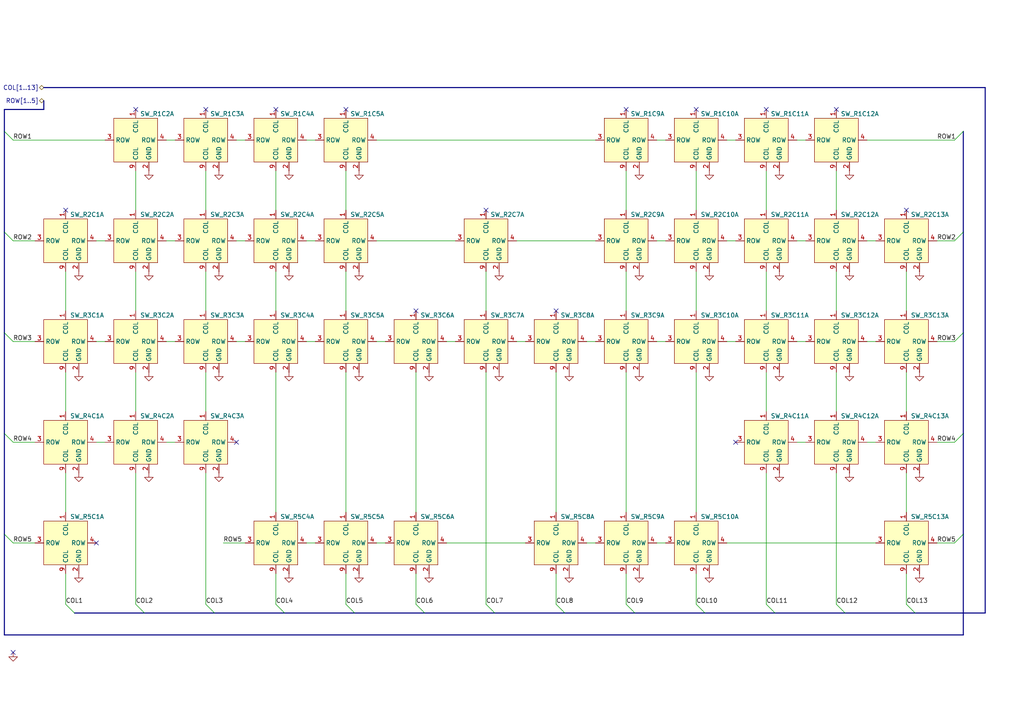
<source format=kicad_sch>
(kicad_sch (version 20250114) (generator "eeschema") (generator_version "9.0")
  (paper "A4")
  (title_block (title "HandyWork - 5x3 + Mods + Nav") (date "2026-03-01") (rev "1.0") (company "Axel Voitier") (comment 1 "HandyWork - 5x3 with mods with nav PCB") (comment 2 "CERN Open Hardware Licence Version 2 - Weakly Reciprocal") (comment 3 "Alidron"))
  (lib_symbols
    (symbol "Framework:One_Key_Module"
      (property "Reference" "SW" (at 1.27 7.62 0))
      (symbol "One_Key_Module_1_0"
        (pin input line (at -8.89 0 0) (length 2.54) (name "ROW") (number "3"))
        (pin input line (at 0 8.89 270) (length 2.54) (name "COL") (number "1"))
        (pin output line (at 0 -8.89 90) (length 2.54) (name "COL") (number "9"))
        (pin power_in line (at 3.81 -8.89 90) (length 2.54) (hide yes) (name "GND") (number "10"))
        (pin power_in line (at 3.81 -8.89 90) (length 2.54) (name "GND") (number "2"))
        (pin output line (at 8.89 0 180) (length 2.54) (name "ROW") (number "4"))
      )
      (symbol "One_Key_Module_1_1"
        (rectangle (start -6.35 6.35) (end 6.35 -6.35) (fill (type background)))
      )
      (symbol "One_Key_Module_2_0"
        (pin input line (at -8.89 -3.81 0) (length 2.54) (name "LED-") (number "7"))
        (pin input line (at 8.89 5.08 180) (length 2.54) (name "LED+") (number "5"))
        (pin bidirectional line (at 8.89 2.54 180) (length 2.54) (name "LED+") (number "6"))
        (pin output line (at 8.89 -3.81 180) (length 2.54) (name "LED-") (number "8"))
      )
      (symbol "One_Key_Module_2_1"
        (rectangle (start -6.35 6.35) (end 6.35 -6.35))
        (polyline (pts (xy 0 1.27) (xy 0 2.54)))
        (polyline (pts (xy 0 -1.27) (xy 0 -2.54)))
        (polyline (pts (xy 0 -1.27) (xy -1.27 1.27) (xy 1.27 1.27) (xy 0 -1.27)) (stroke (width 0.254)))
        (polyline (pts (xy 1.27 -1.27) (xy -1.27 -1.27)) (stroke (width 0.254)))
        (polyline (pts (xy 1.905 0.635) (xy 3.175 -0.635) (xy 3.175 0) (xy 3.175 -0.635) (xy 2.54 -0.635)))
        (polyline (pts (xy 1.905 -0.635) (xy 3.175 -1.905) (xy 3.175 -1.27) (xy 3.175 -1.905) (xy 2.54 -1.905)))
      )
    )
    (symbol "power:GND" (power) (pin_numbers (hide yes)) (pin_names (offset 0) (hide yes))
      (property "Value" "GND" (at 0 -3.81 0))
      (symbol "GND_0_1"
        (polyline (pts (xy 0 0) (xy 0 -1.27) (xy 1.27 -1.27) (xy 0 -2.54) (xy -1.27 -1.27) (xy 0 -1.27)))
      )
      (symbol "GND_1_1"
        (pin power_in line (at 0 0 270) (length 0) (name "~") (number "1"))
      )
    )
  )
  (no_connect (at 80.01 31.75))
  (no_connect (at 68.58 128.27))
  (no_connect (at 242.57 31.75))
  (no_connect (at 222.25 31.75))
  (no_connect (at 39.37 31.75))
  (no_connect (at 3.81 189.23))
  (no_connect (at 59.69 31.75))
  (no_connect (at 201.93 31.75))
  (no_connect (at 161.29 90.17))
  (no_connect (at 100.33 31.75))
  (no_connect (at 213.36 128.27))
  (no_connect (at 27.94 157.48))
  (no_connect (at 120.65 90.17))
  (no_connect (at 181.61 31.75))
  (no_connect (at 140.97 60.96))
  (no_connect (at 262.89 60.96))
  (no_connect (at 19.05 60.96))
  (bus_entry (at 102.87 177.8) (size -2.54 -2.54))
  (bus_entry (at 1.27 154.94) (size 2.54 2.54))
  (bus_entry (at 62.23 177.8) (size -2.54 -2.54))
  (bus_entry (at 41.91 177.8) (size -2.54 -2.54))
  (bus_entry (at 245.11 177.8) (size -2.54 -2.54))
  (bus_entry (at 224.79 177.8) (size -2.54 -2.54))
  (bus_entry (at 21.59 177.8) (size -2.54 -2.54))
  (bus_entry (at 82.55 177.8) (size -2.54 -2.54))
  (bus_entry (at 279.4 154.94) (size -2.54 2.54))
  (bus_entry (at 1.27 125.73) (size 2.54 2.54))
  (bus_entry (at 265.43 177.8) (size -2.54 -2.54))
  (bus_entry (at 143.51 177.8) (size -2.54 -2.54))
  (bus_entry (at 279.4 125.73) (size -2.54 2.54))
  (bus_entry (at 1.27 38.1) (size 2.54 2.54))
  (bus_entry (at 204.47 177.8) (size -2.54 -2.54))
  (bus_entry (at 279.4 67.31) (size -2.54 2.54))
  (bus_entry (at 1.27 67.31) (size 2.54 2.54))
  (bus_entry (at 184.15 177.8) (size -2.54 -2.54))
  (bus_entry (at 279.4 38.1) (size -2.54 2.54))
  (bus_entry (at 163.83 177.8) (size -2.54 -2.54))
  (bus_entry (at 123.19 177.8) (size -2.54 -2.54))
  (bus_entry (at 279.4 96.52) (size -2.54 2.54))
  (bus_entry (at 1.27 96.52) (size 2.54 2.54))
  (wire (pts (xy 10.16 99.06) (xy 3.81 99.06)))
  (wire (pts (xy 233.68 99.06) (xy 231.14 99.06)))
  (bus (pts (xy 82.55 177.8) (xy 102.87 177.8)))
  (wire (pts (xy 80.01 107.95) (xy 80.01 148.59)))
  (wire (pts (xy 210.82 40.64) (xy 213.36 40.64)))
  (wire (pts (xy 68.58 40.64) (xy 71.12 40.64)))
  (wire (pts (xy 68.58 99.06) (xy 71.12 99.06)))
  (wire (pts (xy 172.72 40.64) (xy 109.22 40.64)))
  (wire (pts (xy 100.33 166.37) (xy 100.33 175.26)))
  (bus (pts (xy 1.27 31.75) (xy 1.27 38.1)))
  (bus (pts (xy 285.75 25.4) (xy 285.75 177.8)))
  (wire (pts (xy 222.25 137.16) (xy 222.25 175.26)))
  (wire (pts (xy 59.69 137.16) (xy 59.69 175.26)))
  (bus (pts (xy 279.4 125.73) (xy 279.4 154.94)))
  (wire (pts (xy 242.57 137.16) (xy 242.57 175.26)))
  (bus (pts (xy 279.4 154.94) (xy 279.4 184.15)))
  (wire (pts (xy 254 128.27) (xy 251.46 128.27)))
  (bus (pts (xy 279.4 38.1) (xy 279.4 67.31)))
  (wire (pts (xy 271.78 128.27) (xy 276.86 128.27)))
  (wire (pts (xy 222.25 78.74) (xy 222.25 90.17)))
  (wire (pts (xy 10.16 128.27) (xy 3.81 128.27)))
  (bus (pts (xy 163.83 177.8) (xy 184.15 177.8)))
  (wire (pts (xy 172.72 157.48) (xy 170.18 157.48)))
  (wire (pts (xy 100.33 49.53) (xy 100.33 60.96)))
  (wire (pts (xy 161.29 107.95) (xy 161.29 148.59)))
  (bus (pts (xy 1.27 67.31) (xy 1.27 96.52)))
  (bus (pts (xy 1.27 38.1) (xy 1.27 67.31)))
  (bus (pts (xy 12.7 31.75) (xy 1.27 31.75)))
  (wire (pts (xy 181.61 166.37) (xy 181.61 175.26)))
  (wire (pts (xy 262.89 148.59) (xy 262.89 137.16)))
  (bus (pts (xy 1.27 184.15) (xy 279.4 184.15)))
  (wire (pts (xy 152.4 99.06) (xy 149.86 99.06)))
  (bus (pts (xy 12.7 25.4) (xy 285.75 25.4)))
  (wire (pts (xy 201.93 90.17) (xy 201.93 78.74)))
  (wire (pts (xy 30.48 128.27) (xy 27.94 128.27)))
  (wire (pts (xy 64.77 157.48) (xy 71.12 157.48)))
  (bus (pts (xy 279.4 67.31) (xy 279.4 96.52)))
  (wire (pts (xy 48.26 99.06) (xy 50.8 99.06)))
  (wire (pts (xy 271.78 99.06) (xy 276.86 99.06)))
  (wire (pts (xy 129.54 157.48) (xy 152.4 157.48)))
  (wire (pts (xy 71.12 69.85) (xy 68.58 69.85)))
  (bus (pts (xy 224.79 177.8) (xy 245.11 177.8)))
  (wire (pts (xy 172.72 99.06) (xy 170.18 99.06)))
  (wire (pts (xy 111.76 99.06) (xy 109.22 99.06)))
  (wire (pts (xy 222.25 107.95) (xy 222.25 119.38)))
  (wire (pts (xy 233.68 69.85) (xy 231.14 69.85)))
  (wire (pts (xy 140.97 107.95) (xy 140.97 175.26)))
  (wire (pts (xy 39.37 107.95) (xy 39.37 119.38)))
  (wire (pts (xy 10.16 157.48) (xy 3.81 157.48)))
  (wire (pts (xy 181.61 107.95) (xy 181.61 148.59)))
  (wire (pts (xy 59.69 49.53) (xy 59.69 60.96)))
  (wire (pts (xy 39.37 60.96) (xy 39.37 49.53)))
  (wire (pts (xy 88.9 157.48) (xy 91.44 157.48)))
  (wire (pts (xy 233.68 128.27) (xy 231.14 128.27)))
  (wire (pts (xy 140.97 78.74) (xy 140.97 90.17)))
  (bus (pts (xy 102.87 177.8) (xy 123.19 177.8)))
  (wire (pts (xy 271.78 69.85) (xy 276.86 69.85)))
  (wire (pts (xy 242.57 107.95) (xy 242.57 119.38)))
  (wire (pts (xy 271.78 157.48) (xy 276.86 157.48)))
  (bus (pts (xy 123.19 177.8) (xy 143.51 177.8)))
  (bus (pts (xy 1.27 125.73) (xy 1.27 154.94)))
  (wire (pts (xy 80.01 78.74) (xy 80.01 90.17)))
  (wire (pts (xy 149.86 69.85) (xy 172.72 69.85)))
  (wire (pts (xy 80.01 49.53) (xy 80.01 60.96)))
  (wire (pts (xy 222.25 60.96) (xy 222.25 49.53)))
  (wire (pts (xy 190.5 40.64) (xy 193.04 40.64)))
  (wire (pts (xy 30.48 40.64) (xy 3.81 40.64)))
  (bus (pts (xy 1.27 96.52) (xy 1.27 125.73)))
  (bus (pts (xy 41.91 177.8) (xy 62.23 177.8)))
  (wire (pts (xy 91.44 69.85) (xy 88.9 69.85)))
  (wire (pts (xy 233.68 40.64) (xy 231.14 40.64)))
  (wire (pts (xy 262.89 78.74) (xy 262.89 90.17)))
  (bus (pts (xy 279.4 96.52) (xy 279.4 125.73)))
  (wire (pts (xy 48.26 69.85) (xy 50.8 69.85)))
  (bus (pts (xy 62.23 177.8) (xy 82.55 177.8)))
  (bus (pts (xy 12.7 29.21) (xy 12.7 31.75)))
  (bus (pts (xy 245.11 177.8) (xy 265.43 177.8)))
  (bus (pts (xy 143.51 177.8) (xy 163.83 177.8)))
  (wire (pts (xy 161.29 166.37) (xy 161.29 175.26)))
  (wire (pts (xy 39.37 78.74) (xy 39.37 90.17)))
  (wire (pts (xy 120.65 148.59) (xy 120.65 107.95)))
  (wire (pts (xy 48.26 40.64) (xy 50.8 40.64)))
  (wire (pts (xy 201.93 60.96) (xy 201.93 49.53)))
  (wire (pts (xy 242.57 90.17) (xy 242.57 78.74)))
  (wire (pts (xy 19.05 78.74) (xy 19.05 90.17)))
  (wire (pts (xy 59.69 90.17) (xy 59.69 78.74)))
  (wire (pts (xy 59.69 119.38) (xy 59.69 107.95)))
  (wire (pts (xy 27.94 99.06) (xy 30.48 99.06)))
  (wire (pts (xy 109.22 157.48) (xy 111.76 157.48)))
  (wire (pts (xy 210.82 157.48) (xy 254 157.48)))
  (wire (pts (xy 19.05 137.16) (xy 19.05 148.59)))
  (wire (pts (xy 254 99.06) (xy 251.46 99.06)))
  (wire (pts (xy 19.05 166.37) (xy 19.05 175.26)))
  (wire (pts (xy 100.33 107.95) (xy 100.33 148.59)))
  (wire (pts (xy 88.9 99.06) (xy 91.44 99.06)))
  (wire (pts (xy 27.94 69.85) (xy 30.48 69.85)))
  (wire (pts (xy 262.89 107.95) (xy 262.89 119.38)))
  (bus (pts (xy 1.27 154.94) (xy 1.27 184.15)))
  (wire (pts (xy 181.61 78.74) (xy 181.61 90.17)))
  (wire (pts (xy 190.5 69.85) (xy 193.04 69.85)))
  (wire (pts (xy 201.93 166.37) (xy 201.93 175.26)))
  (wire (pts (xy 242.57 49.53) (xy 242.57 60.96)))
  (wire (pts (xy 213.36 69.85) (xy 210.82 69.85)))
  (wire (pts (xy 254 69.85) (xy 251.46 69.85)))
  (wire (pts (xy 213.36 99.06) (xy 210.82 99.06)))
  (bus (pts (xy 204.47 177.8) (xy 224.79 177.8)))
  (wire (pts (xy 132.08 69.85) (xy 109.22 69.85)))
  (wire (pts (xy 190.5 157.48) (xy 193.04 157.48)))
  (wire (pts (xy 132.08 99.06) (xy 129.54 99.06)))
  (wire (pts (xy 100.33 90.17) (xy 100.33 78.74)))
  (bus (pts (xy 184.15 177.8) (xy 204.47 177.8)))
  (wire (pts (xy 39.37 137.16) (xy 39.37 175.26)))
  (wire (pts (xy 80.01 166.37) (xy 80.01 175.26)))
  (bus (pts (xy 265.43 177.8) (xy 285.75 177.8)))
  (wire (pts (xy 120.65 166.37) (xy 120.65 175.26)))
  (wire (pts (xy 193.04 99.06) (xy 190.5 99.06)))
  (wire (pts (xy 201.93 107.95) (xy 201.93 148.59)))
  (wire (pts (xy 181.61 60.96) (xy 181.61 49.53)))
  (bus (pts (xy 21.59 177.8) (xy 41.91 177.8)))
  (wire (pts (xy 262.89 166.37) (xy 262.89 175.26)))
  (wire (pts (xy 50.8 128.27) (xy 48.26 128.27)))
  (wire (pts (xy 251.46 40.64) (xy 276.86 40.64)))
  (wire (pts (xy 10.16 69.85) (xy 3.81 69.85)))
  (wire (pts (xy 19.05 119.38) (xy 19.05 107.95)))
  (wire (pts (xy 88.9 40.64) (xy 91.44 40.64)))
  (label "COL1" (at 19.05 175.26 0))
  (label "ROW1" (at 271.78 40.64 0))
  (label "COL2" (at 39.37 175.26 0))
  (label "COL9" (at 181.61 175.26 0))
  (label "COL5" (at 100.33 175.26 0))
  (label "ROW2" (at 3.81 69.85 0))
  (label "COL8" (at 161.29 175.26 0))
  (label "ROW5" (at 64.77 157.48 0))
  (label "COL3" (at 59.69 175.26 0))
  (label "COL6" (at 120.65 175.26 0))
  (label "COL4" (at 80.01 175.26 0))
  (label "ROW1" (at 3.81 40.64 0))
  (label "ROW2" (at 271.78 69.85 0))
  (label "ROW4" (at 3.81 128.27 0))
  (label "COL12" (at 242.57 175.26 0))
  (label "COL10" (at 201.93 175.26 0))
  (label "ROW5" (at 271.78 157.48 0))
  (label "COL7" (at 140.97 175.26 0))
  (label "ROW3" (at 3.81 99.06 0))
  (label "COL11" (at 222.25 175.26 0))
  (label "ROW4" (at 271.78 128.27 0))
  (label "COL13" (at 262.89 175.26 0))
  (label "ROW5" (at 3.81 157.48 0))
  (label "ROW3" (at 271.78 99.06 0))
  (hierarchical_label "COL[1..13]" (shape bidirectional) (at 12.7 25.4 180))
  (hierarchical_label "ROW[1..5]" (shape bidirectional) (at 12.7 29.21 180))
  (symbol (lib_id "Framework:One_Key_Module") (at 181.61 99.06 0) (unit 1)
    (property "Reference" "SW_R3C9" (at 182.88 91.44 0) (effects (justify left)))
    (property "Footprint" "Framework:One Key Module" (effects (hide yes)))
  )
  (symbol (lib_id "Framework:One_Key_Module") (at 201.93 69.85 0) (unit 1)
    (property "Reference" "SW_R2C10" (at 203.2 62.23 0) (effects (justify left)))
    (property "Footprint" "Framework:One Key Module" (effects (hide yes)))
  )
  (symbol (lib_id "power:GND") (at 124.46 166.37 0) (unit 1)
    (property "Reference" "#PWR0120" (effects (hide yes)))
    (property "Value" "GND" (effects (hide yes)))
    (property "Description" "Power symbol creates a global label with name \"GND\" , ground" (effects (hide yes)))
  )
  (symbol (lib_id "power:GND") (at 22.86 107.95 0) (unit 1)
    (property "Reference" "#PWR0110" (effects (hide yes)))
    (property "Value" "GND" (effects (hide yes)))
    (property "Description" "Power symbol creates a global label with name \"GND\" , ground" (effects (hide yes)))
  )
  (symbol (lib_id "Framework:One_Key_Module") (at 80.01 99.06 0) (unit 1)
    (property "Reference" "SW_R3C4" (at 81.28 91.44 0) (effects (justify left)))
    (property "Footprint" "Framework:One Key Module" (effects (hide yes)))
  )
  (symbol (lib_id "power:GND") (at 266.7 78.74 0) (unit 1)
    (property "Reference" "#PWR0137" (effects (hide yes)))
    (property "Value" "GND" (effects (hide yes)))
    (property "Description" "Power symbol creates a global label with name \"GND\" , ground" (effects (hide yes)))
  )
  (symbol (lib_id "power:GND") (at 226.06 107.95 0) (unit 1)
    (property "Reference" "#PWR0104" (effects (hide yes)))
    (property "Value" "GND" (effects (hide yes)))
    (property "Description" "Power symbol creates a global label with name \"GND\" , ground" (effects (hide yes)))
  )
  (symbol (lib_id "Framework:One_Key_Module") (at 19.05 69.85 0) (unit 1)
    (property "Reference" "SW_R2C1" (at 20.32 62.23 0) (effects (justify left)))
    (property "Footprint" "Framework:One Key Module" (effects (hide yes)))
  )
  (symbol (lib_id "Framework:One_Key_Module") (at 181.61 69.85 0) (unit 1)
    (property "Reference" "SW_R2C9" (at 182.88 62.23 0) (effects (justify left)))
    (property "Footprint" "Framework:One Key Module" (effects (hide yes)))
  )
  (symbol (lib_id "power:GND") (at 63.5 78.74 0) (unit 1)
    (property "Reference" "#PWR0115" (effects (hide yes)))
    (property "Value" "GND" (effects (hide yes)))
    (property "Description" "Power symbol creates a global label with name \"GND\" , ground" (effects (hide yes)))
  )
  (symbol (lib_id "Framework:One_Key_Module") (at 262.89 69.85 0) (unit 1)
    (property "Reference" "SW_R2C13" (at 264.16 62.23 0) (effects (justify left)))
    (property "Footprint" "Framework:One Key Module" (effects (hide yes)))
  )
  (symbol (lib_id "power:GND") (at 246.38 137.16 0) (unit 1)
    (property "Reference" "#PWR0107" (effects (hide yes)))
    (property "Value" "GND" (effects (hide yes)))
    (property "Description" "Power symbol creates a global label with name \"GND\" , ground" (effects (hide yes)))
  )
  (symbol (lib_id "Framework:One_Key_Module") (at 242.57 69.85 0) (unit 1)
    (property "Reference" "SW_R2C12" (at 243.84 62.23 0) (effects (justify left)))
    (property "Footprint" "Framework:One Key Module" (effects (hide yes)))
  )
  (symbol (lib_id "power:GND") (at 226.06 137.16 0) (unit 1)
    (property "Reference" "#PWR0106" (effects (hide yes)))
    (property "Value" "GND" (effects (hide yes)))
    (property "Description" "Power symbol creates a global label with name \"GND\" , ground" (effects (hide yes)))
  )
  (symbol (lib_id "Framework:One_Key_Module") (at 262.89 157.48 0) (unit 1)
    (property "Reference" "SW_R5C13" (at 264.16 149.86 0) (effects (justify left)))
    (property "Footprint" "Framework:One Key Module" (effects (hide yes)))
  )
  (symbol (lib_id "power:GND") (at 185.42 78.74 0) (unit 1)
    (property "Reference" "#PWR0136" (effects (hide yes)))
    (property "Value" "GND" (effects (hide yes)))
    (property "Description" "Power symbol creates a global label with name \"GND\" , ground" (effects (hide yes)))
  )
  (symbol (lib_id "power:GND") (at 22.86 166.37 0) (unit 1)
    (property "Reference" "#PWR0111" (effects (hide yes)))
    (property "Value" "GND" (effects (hide yes)))
    (property "Description" "Power symbol creates a global label with name \"GND\" , ground" (effects (hide yes)))
  )
  (symbol (lib_id "Framework:One_Key_Module") (at 59.69 128.27 0) (unit 1)
    (property "Reference" "SW_R4C3" (at 60.96 120.65 0) (effects (justify left)))
    (property "Footprint" "Framework:One Key Module" (effects (hide yes)))
  )
  (symbol (lib_id "Framework:One_Key_Module") (at 19.05 157.48 0) (unit 1)
    (property "Reference" "SW_R5C1" (at 20.32 149.86 0) (effects (justify left)))
    (property "Footprint" "Framework:One Key Module" (effects (hide yes)))
  )
  (symbol (lib_id "Framework:One_Key_Module") (at 242.57 99.06 0) (unit 1)
    (property "Reference" "SW_R3C12" (at 243.84 91.44 0) (effects (justify left)))
    (property "Footprint" "Framework:One Key Module" (effects (hide yes)))
  )
  (symbol (lib_id "power:GND") (at 83.82 107.95 0) (unit 1)
    (property "Reference" "#PWR0126" (effects (hide yes)))
    (property "Value" "GND" (effects (hide yes)))
    (property "Description" "Power symbol creates a global label with name \"GND\" , ground" (effects (hide yes)))
  )
  (symbol (lib_id "power:GND") (at 63.5 107.95 0) (unit 1)
    (property "Reference" "#PWR0128" (effects (hide yes)))
    (property "Value" "GND" (effects (hide yes)))
    (property "Description" "Power symbol creates a global label with name \"GND\" , ground" (effects (hide yes)))
  )
  (symbol (lib_id "power:GND") (at 144.78 107.95 0) (unit 1)
    (property "Reference" "#PWR0140" (effects (hide yes)))
    (property "Value" "GND" (effects (hide yes)))
    (property "Description" "Power symbol creates a global label with name \"GND\" , ground" (effects (hide yes)))
  )
  (symbol (lib_id "Framework:One_Key_Module") (at 39.37 99.06 0) (unit 1)
    (property "Reference" "SW_R3C2" (at 40.64 91.44 0) (effects (justify left)))
    (property "Footprint" "Framework:One Key Module" (effects (hide yes)))
  )
  (symbol (lib_id "Framework:One_Key_Module") (at 181.61 40.64 0) (unit 1)
    (property "Reference" "SW_R1C9" (at 182.88 33.02 0) (effects (justify left)))
    (property "Footprint" "Framework:One Key Module" (effects (hide yes)))
  )
  (symbol (lib_id "power:GND") (at 104.14 166.37 0) (unit 1)
    (property "Reference" "#PWR0121" (effects (hide yes)))
    (property "Value" "GND" (effects (hide yes)))
    (property "Description" "Power symbol creates a global label with name \"GND\" , ground" (effects (hide yes)))
  )
  (symbol (lib_id "Framework:One_Key_Module") (at 39.37 40.64 0) (unit 1)
    (property "Reference" "SW_R1C2" (at 40.64 33.02 0) (effects (justify left)))
    (property "Footprint" "Framework:One Key Module" (effects (hide yes)))
  )
  (symbol (lib_id "Framework:One_Key_Module") (at 161.29 99.06 0) (unit 1)
    (property "Reference" "SW_R3C8" (at 162.56 91.44 0) (effects (justify left)))
    (property "Footprint" "Framework:One Key Module" (effects (hide yes)))
  )
  (symbol (lib_id "Framework:One_Key_Module") (at 39.37 128.27 0) (unit 1)
    (property "Reference" "SW_R4C2" (at 40.64 120.65 0) (effects (justify left)))
    (property "Footprint" "Framework:One Key Module" (effects (hide yes)))
  )
  (symbol (lib_id "power:GND") (at 83.82 78.74 0) (unit 1)
    (property "Reference" "#PWR0119" (effects (hide yes)))
    (property "Value" "GND" (effects (hide yes)))
    (property "Description" "Power symbol creates a global label with name \"GND\" , ground" (effects (hide yes)))
  )
  (symbol (lib_id "power:GND") (at 124.46 107.95 0) (unit 1)
    (property "Reference" "#PWR0143" (effects (hide yes)))
    (property "Value" "GND" (effects (hide yes)))
    (property "Description" "Power symbol creates a global label with name \"GND\" , ground" (effects (hide yes)))
  )
  (symbol (lib_id "Framework:One_Key_Module") (at 59.69 69.85 0) (unit 1)
    (property "Reference" "SW_R2C3" (at 60.96 62.23 0) (effects (justify left)))
    (property "Footprint" "Framework:One Key Module" (effects (hide yes)))
  )
  (symbol (lib_id "power:GND") (at 104.14 78.74 0) (unit 1)
    (property "Reference" "#PWR0146" (effects (hide yes)))
    (property "Value" "GND" (effects (hide yes)))
    (property "Description" "Power symbol creates a global label with name \"GND\" , ground" (effects (hide yes)))
  )
  (symbol (lib_id "Framework:One_Key_Module") (at 39.37 69.85 0) (unit 1)
    (property "Reference" "SW_R2C2" (at 40.64 62.23 0) (effects (justify left)))
    (property "Footprint" "Framework:One Key Module" (effects (hide yes)))
  )
  (symbol (lib_id "power:GND") (at 165.1 166.37 0) (unit 1)
    (property "Reference" "#PWR0122" (effects (hide yes)))
    (property "Value" "GND" (effects (hide yes)))
    (property "Description" "Power symbol creates a global label with name \"GND\" , ground" (effects (hide yes)))
  )
  (symbol (lib_id "power:GND") (at 246.38 107.95 0) (unit 1)
    (property "Reference" "#PWR0105" (effects (hide yes)))
    (property "Value" "GND" (effects (hide yes)))
    (property "Description" "Power symbol creates a global label with name \"GND\" , ground" (effects (hide yes)))
  )
  (symbol (lib_id "power:GND") (at 63.5 49.53 0) (unit 1)
    (property "Reference" "#PWR0116" (effects (hide yes)))
    (property "Value" "GND" (effects (hide yes)))
    (property "Description" "Power symbol creates a global label with name \"GND\" , ground" (effects (hide yes)))
  )
  (symbol (lib_id "Framework:One_Key_Module") (at 80.01 157.48 0) (unit 1)
    (property "Reference" "SW_R5C4" (at 81.28 149.86 0) (effects (justify left)))
    (property "Footprint" "Framework:One Key Module" (effects (hide yes)))
  )
  (symbol (lib_id "Framework:One_Key_Module") (at 222.25 99.06 0) (unit 1)
    (property "Reference" "SW_R3C11" (at 223.52 91.44 0) (effects (justify left)))
    (property "Footprint" "Framework:One Key Module" (effects (hide yes)))
  )
  (symbol (lib_id "power:GND") (at 22.86 78.74 0) (unit 1)
    (property "Reference" "#PWR0113" (effects (hide yes)))
    (property "Value" "GND" (effects (hide yes)))
    (property "Description" "Power symbol creates a global label with name \"GND\" , ground" (effects (hide yes)))
  )
  (symbol (lib_id "Framework:One_Key_Module") (at 222.25 69.85 0) (unit 1)
    (property "Reference" "SW_R2C11" (at 223.52 62.23 0) (effects (justify left)))
    (property "Footprint" "Framework:One Key Module" (effects (hide yes)))
  )
  (symbol (lib_id "Framework:One_Key_Module") (at 100.33 157.48 0) (unit 1)
    (property "Reference" "SW_R5C5" (at 101.6 149.86 0) (effects (justify left)))
    (property "Footprint" "Framework:One Key Module" (effects (hide yes)))
  )
  (symbol (lib_id "power:GND") (at 83.82 49.53 0) (unit 1)
    (property "Reference" "#PWR0118" (effects (hide yes)))
    (property "Value" "GND" (effects (hide yes)))
    (property "Description" "Power symbol creates a global label with name \"GND\" , ground" (effects (hide yes)))
  )
  (symbol (lib_id "power:GND") (at 205.74 166.37 0) (unit 1)
    (property "Reference" "#PWR0103" (effects (hide yes)))
    (property "Value" "GND" (effects (hide yes)))
    (property "Description" "Power symbol creates a global label with name \"GND\" , ground" (effects (hide yes)))
  )
  (symbol (lib_id "power:GND") (at 266.7 107.95 0) (unit 1)
    (property "Reference" "#PWR0109" (effects (hide yes)))
    (property "Value" "GND" (effects (hide yes)))
    (property "Description" "Power symbol creates a global label with name \"GND\" , ground" (effects (hide yes)))
  )
  (symbol (lib_id "Framework:One_Key_Module") (at 201.93 157.48 0) (unit 1)
    (property "Reference" "SW_R5C10" (at 203.2 149.86 0) (effects (justify left)))
    (property "Footprint" "Framework:One Key Module" (effects (hide yes)))
  )
  (symbol (lib_id "power:GND") (at 205.74 49.53 0) (unit 1)
    (property "Reference" "#PWR0132" (effects (hide yes)))
    (property "Value" "GND" (effects (hide yes)))
    (property "Description" "Power symbol creates a global label with name \"GND\" , ground" (effects (hide yes)))
  )
  (symbol (lib_id "Framework:One_Key_Module") (at 100.33 99.06 0) (unit 1)
    (property "Reference" "SW_R3C5" (at 101.6 91.44 0) (effects (justify left)))
    (property "Footprint" "Framework:One Key Module" (effects (hide yes)))
  )
  (symbol (lib_id "Framework:One_Key_Module") (at 161.29 157.48 0) (unit 1)
    (property "Reference" "SW_R5C8" (at 162.56 149.86 0) (effects (justify left)))
    (property "Footprint" "Framework:One Key Module" (effects (hide yes)))
  )
  (symbol (lib_id "Framework:One_Key_Module") (at 181.61 157.48 0) (unit 1)
    (property "Reference" "SW_R5C9" (at 182.88 149.86 0) (effects (justify left)))
    (property "Footprint" "Framework:One Key Module" (effects (hide yes)))
  )
  (symbol (lib_id "power:GND") (at 104.14 107.95 0) (unit 1)
    (property "Reference" "#PWR0144" (effects (hide yes)))
    (property "Value" "GND" (effects (hide yes)))
    (property "Description" "Power symbol creates a global label with name \"GND\" , ground" (effects (hide yes)))
  )
  (symbol (lib_id "power:GND") (at 226.06 78.74 0) (unit 1)
    (property "Reference" "#PWR0134" (effects (hide yes)))
    (property "Value" "GND" (effects (hide yes)))
    (property "Description" "Power symbol creates a global label with name \"GND\" , ground" (effects (hide yes)))
  )
  (symbol (lib_id "Framework:One_Key_Module") (at 242.57 40.64 0) (unit 1)
    (property "Reference" "SW_R1C12" (at 243.84 33.02 0) (effects (justify left)))
    (property "Footprint" "Framework:One Key Module" (effects (hide yes)))
  )
  (symbol (lib_id "Framework:One_Key_Module") (at 19.05 99.06 0) (unit 1)
    (property "Reference" "SW_R3C1" (at 20.32 91.44 0) (effects (justify left)))
    (property "Footprint" "Framework:One Key Module" (effects (hide yes)))
  )
  (symbol (lib_id "Framework:One_Key_Module") (at 120.65 99.06 0) (unit 1)
    (property "Reference" "SW_R3C6" (at 121.92 91.44 0) (effects (justify left)))
    (property "Footprint" "Framework:One Key Module" (effects (hide yes)))
  )
  (symbol (lib_id "Framework:One_Key_Module") (at 222.25 128.27 0) (unit 1)
    (property "Reference" "SW_R4C11" (at 223.52 120.65 0) (effects (justify left)))
    (property "Footprint" "Framework:One Key Module" (effects (hide yes)))
  )
  (symbol (lib_id "power:GND") (at 43.18 78.74 0) (unit 1)
    (property "Reference" "#PWR0114" (effects (hide yes)))
    (property "Value" "GND" (effects (hide yes)))
    (property "Description" "Power symbol creates a global label with name \"GND\" , ground" (effects (hide yes)))
  )
  (symbol (lib_id "power:GND") (at 246.38 78.74 0) (unit 1)
    (property "Reference" "#PWR0138" (effects (hide yes)))
    (property "Value" "GND" (effects (hide yes)))
    (property "Description" "Power symbol creates a global label with name \"GND\" , ground" (effects (hide yes)))
  )
  (symbol (lib_id "Framework:One_Key_Module") (at 80.01 69.85 0) (unit 1)
    (property "Reference" "SW_R2C4" (at 81.28 62.23 0) (effects (justify left)))
    (property "Footprint" "Framework:One Key Module" (effects (hide yes)))
  )
  (symbol (lib_id "power:GND") (at 83.82 166.37 0) (unit 1)
    (property "Reference" "#PWR0124" (effects (hide yes)))
    (property "Value" "GND" (effects (hide yes)))
    (property "Description" "Power symbol creates a global label with name \"GND\" , ground" (effects (hide yes)))
  )
  (symbol (lib_id "power:GND") (at 226.06 49.53 0) (unit 1)
    (property "Reference" "#PWR0131" (effects (hide yes)))
    (property "Value" "GND" (effects (hide yes)))
    (property "Description" "Power symbol creates a global label with name \"GND\" , ground" (effects (hide yes)))
  )
  (symbol (lib_id "Framework:One_Key_Module") (at 140.97 69.85 0) (unit 1)
    (property "Reference" "SW_R2C7" (at 142.24 62.23 0) (effects (justify left)))
    (property "Footprint" "Framework:One Key Module" (effects (hide yes)))
  )
  (symbol (lib_id "Framework:One_Key_Module") (at 201.93 99.06 0) (unit 1)
    (property "Reference" "SW_R3C10" (at 203.2 91.44 0) (effects (justify left)))
    (property "Footprint" "Framework:One Key Module" (effects (hide yes)))
  )
  (symbol (lib_id "power:GND") (at 3.81 189.23 0) (unit 1)
    (property "Reference" "#PWR039" (effects (hide yes)))
    (property "Value" "GND" (effects (hide yes)))
    (property "Description" "Power symbol creates a global label with name \"GND\" , ground" (effects (hide yes)))
  )
  (symbol (lib_id "Framework:One_Key_Module") (at 59.69 40.64 0) (unit 1)
    (property "Reference" "SW_R1C3" (at 60.96 33.02 0) (effects (justify left)))
    (property "Footprint" "Framework:One Key Module" (effects (hide yes)))
  )
  (symbol (lib_id "Framework:One_Key_Module") (at 80.01 40.64 0) (unit 1)
    (property "Reference" "SW_R1C4" (at 81.28 33.02 0) (effects (justify left)))
    (property "Footprint" "Framework:One Key Module" (effects (hide yes)))
  )
  (symbol (lib_id "power:GND") (at 63.5 137.16 0) (unit 1)
    (property "Reference" "#PWR0127" (effects (hide yes)))
    (property "Value" "GND" (effects (hide yes)))
    (property "Description" "Power symbol creates a global label with name \"GND\" , ground" (effects (hide yes)))
  )
  (symbol (lib_id "power:GND") (at 22.86 137.16 0) (unit 1)
    (property "Reference" "#PWR0112" (effects (hide yes)))
    (property "Value" "GND" (effects (hide yes)))
    (property "Description" "Power symbol creates a global label with name \"GND\" , ground" (effects (hide yes)))
  )
  (symbol (lib_id "Framework:One_Key_Module") (at 201.93 40.64 0) (unit 1)
    (property "Reference" "SW_R1C10" (at 203.2 33.02 0) (effects (justify left)))
    (property "Footprint" "Framework:One Key Module" (effects (hide yes)))
  )
  (symbol (lib_id "power:GND") (at 205.74 78.74 0) (unit 1)
    (property "Reference" "#PWR0135" (effects (hide yes)))
    (property "Value" "GND" (effects (hide yes)))
    (property "Description" "Power symbol creates a global label with name \"GND\" , ground" (effects (hide yes)))
  )
  (symbol (lib_id "Framework:One_Key_Module") (at 100.33 40.64 0) (unit 1)
    (property "Reference" "SW_R1C5" (at 101.6 33.02 0) (effects (justify left)))
    (property "Footprint" "Framework:One Key Module" (effects (hide yes)))
  )
  (symbol (lib_id "Framework:One_Key_Module") (at 19.05 128.27 0) (unit 1)
    (property "Reference" "SW_R4C1" (at 20.32 120.65 0) (effects (justify left)))
    (property "Footprint" "Framework:One Key Module" (effects (hide yes)))
  )
  (symbol (lib_id "Framework:One_Key_Module") (at 140.97 99.06 0) (unit 1)
    (property "Reference" "SW_R3C7" (at 142.24 91.44 0) (effects (justify left)))
    (property "Footprint" "Framework:One Key Module" (effects (hide yes)))
  )
  (symbol (lib_id "Framework:One_Key_Module") (at 262.89 128.27 0) (unit 1)
    (property "Reference" "SW_R4C13" (at 264.16 120.65 0) (effects (justify left)))
    (property "Footprint" "Framework:One Key Module" (effects (hide yes)))
  )
  (symbol (lib_id "Framework:One_Key_Module") (at 100.33 69.85 0) (unit 1)
    (property "Reference" "SW_R2C5" (at 101.6 62.23 0) (effects (justify left)))
    (property "Footprint" "Framework:One Key Module" (effects (hide yes)))
  )
  (symbol (lib_id "power:GND") (at 205.74 107.95 0) (unit 1)
    (property "Reference" "#PWR0108" (effects (hide yes)))
    (property "Value" "GND" (effects (hide yes)))
    (property "Description" "Power symbol creates a global label with name \"GND\" , ground" (effects (hide yes)))
  )
  (symbol (lib_id "power:GND") (at 185.42 49.53 0) (unit 1)
    (property "Reference" "#PWR0133" (effects (hide yes)))
    (property "Value" "GND" (effects (hide yes)))
    (property "Description" "Power symbol creates a global label with name \"GND\" , ground" (effects (hide yes)))
  )
  (symbol (lib_id "power:GND") (at 43.18 107.95 0) (unit 1)
    (property "Reference" "#PWR0125" (effects (hide yes)))
    (property "Value" "GND" (effects (hide yes)))
    (property "Description" "Power symbol creates a global label with name \"GND\" , ground" (effects (hide yes)))
  )
  (symbol (lib_id "power:GND") (at 43.18 49.53 0) (unit 1)
    (property "Reference" "#PWR0117" (effects (hide yes)))
    (property "Value" "GND" (effects (hide yes)))
    (property "Description" "Power symbol creates a global label with name \"GND\" , ground" (effects (hide yes)))
  )
  (symbol (lib_id "power:GND") (at 266.7 166.37 0) (unit 1)
    (property "Reference" "#PWR0102" (effects (hide yes)))
    (property "Value" "GND" (effects (hide yes)))
    (property "Description" "Power symbol creates a global label with name \"GND\" , ground" (effects (hide yes)))
  )
  (symbol (lib_id "Framework:One_Key_Module") (at 262.89 99.06 0) (unit 1)
    (property "Reference" "SW_R3C13" (at 264.16 91.44 0) (effects (justify left)))
    (property "Footprint" "Framework:One Key Module" (effects (hide yes)))
  )
  (symbol (lib_id "Framework:One_Key_Module") (at 59.69 99.06 0) (unit 1)
    (property "Reference" "SW_R3C3" (at 60.96 91.44 0) (effects (justify left)))
    (property "Footprint" "Framework:One Key Module" (effects (hide yes)))
  )
  (symbol (lib_id "power:GND") (at 43.18 137.16 0) (unit 1)
    (property "Reference" "#PWR0129" (effects (hide yes)))
    (property "Value" "GND" (effects (hide yes)))
    (property "Description" "Power symbol creates a global label with name \"GND\" , ground" (effects (hide yes)))
  )
  (symbol (lib_id "Framework:One_Key_Module") (at 242.57 128.27 0) (unit 1)
    (property "Reference" "SW_R4C12" (at 243.84 120.65 0) (effects (justify left)))
    (property "Footprint" "Framework:One Key Module" (effects (hide yes)))
  )
  (symbol (lib_id "Framework:One_Key_Module") (at 222.25 40.64 0) (unit 1)
    (property "Reference" "SW_R1C11" (at 223.52 33.02 0) (effects (justify left)))
    (property "Footprint" "Framework:One Key Module" (effects (hide yes)))
  )
  (symbol (lib_id "Framework:One_Key_Module") (at 120.65 157.48 0) (unit 1)
    (property "Reference" "SW_R5C6" (at 121.92 149.86 0) (effects (justify left)))
    (property "Footprint" "Framework:One Key Module" (effects (hide yes)))
  )
  (symbol (lib_id "power:GND") (at 165.1 107.95 0) (unit 1)
    (property "Reference" "#PWR0139" (effects (hide yes)))
    (property "Value" "GND" (effects (hide yes)))
    (property "Description" "Power symbol creates a global label with name \"GND\" , ground" (effects (hide yes)))
  )
  (symbol (lib_id "power:GND") (at 144.78 78.74 0) (unit 1)
    (property "Reference" "#PWR0142" (effects (hide yes)))
    (property "Value" "GND" (effects (hide yes)))
    (property "Description" "Power symbol creates a global label with name \"GND\" , ground" (effects (hide yes)))
  )
  (symbol (lib_id "power:GND") (at 266.7 137.16 0) (unit 1)
    (property "Reference" "#PWR0101" (effects (hide yes)))
    (property "Value" "GND" (effects (hide yes)))
    (property "Description" "Power symbol creates a global label with name \"GND\" , ground" (effects (hide yes)))
  )
  (symbol (lib_id "power:GND") (at 104.14 49.53 0) (unit 1)
    (property "Reference" "#PWR0145" (effects (hide yes)))
    (property "Value" "GND" (effects (hide yes)))
    (property "Description" "Power symbol creates a global label with name \"GND\" , ground" (effects (hide yes)))
  )
  (symbol (lib_id "power:GND") (at 246.38 49.53 0) (unit 1)
    (property "Reference" "#PWR0130" (effects (hide yes)))
    (property "Value" "GND" (effects (hide yes)))
    (property "Description" "Power symbol creates a global label with name \"GND\" , ground" (effects (hide yes)))
  )
  (symbol (lib_id "power:GND") (at 185.42 107.95 0) (unit 1)
    (property "Reference" "#PWR0141" (effects (hide yes)))
    (property "Value" "GND" (effects (hide yes)))
    (property "Description" "Power symbol creates a global label with name \"GND\" , ground" (effects (hide yes)))
  )
  (symbol (lib_id "power:GND") (at 185.42 166.37 0) (unit 1)
    (property "Reference" "#PWR0123" (effects (hide yes)))
    (property "Value" "GND" (effects (hide yes)))
    (property "Description" "Power symbol creates a global label with name \"GND\" , ground" (effects (hide yes)))
  )
)
</source>
